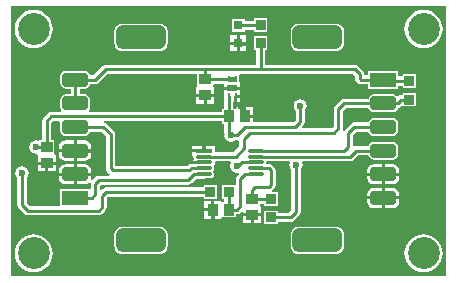
<source format=gtl>
G04*
G04 #@! TF.GenerationSoftware,Altium Limited,Altium Designer,18.1.6 (161)*
G04*
G04 Layer_Physical_Order=1*
G04 Layer_Color=255*
%FSLAX25Y25*%
%MOIN*%
G70*
G01*
G75*
%ADD13C,0.01000*%
G04:AMPARAMS|DCode=15|XSize=47.24mil|YSize=86.61mil|CornerRadius=11.81mil|HoleSize=0mil|Usage=FLASHONLY|Rotation=270.000|XOffset=0mil|YOffset=0mil|HoleType=Round|Shape=RoundedRectangle|*
%AMROUNDEDRECTD15*
21,1,0.04724,0.06299,0,0,270.0*
21,1,0.02362,0.08661,0,0,270.0*
1,1,0.02362,-0.03150,-0.01181*
1,1,0.02362,-0.03150,0.01181*
1,1,0.02362,0.03150,0.01181*
1,1,0.02362,0.03150,-0.01181*
%
%ADD15ROUNDEDRECTD15*%
%ADD16R,0.08661X0.04724*%
G04:AMPARAMS|DCode=17|XSize=78.74mil|YSize=165.35mil|CornerRadius=19.68mil|HoleSize=0mil|Usage=FLASHONLY|Rotation=270.000|XOffset=0mil|YOffset=0mil|HoleType=Round|Shape=RoundedRectangle|*
%AMROUNDEDRECTD17*
21,1,0.07874,0.12598,0,0,270.0*
21,1,0.03937,0.16535,0,0,270.0*
1,1,0.03937,-0.06299,-0.01968*
1,1,0.03937,-0.06299,0.01968*
1,1,0.03937,0.06299,0.01968*
1,1,0.03937,0.06299,-0.01968*
%
%ADD17ROUNDEDRECTD17*%
%ADD18R,0.03937X0.03543*%
%ADD19R,0.03347X0.03347*%
%ADD20R,0.03347X0.03347*%
%ADD21R,0.03543X0.03937*%
%ADD22R,0.05709X0.01181*%
%ADD23O,0.05709X0.01181*%
%ADD24R,0.03386X0.01968*%
%ADD25R,0.00984X0.01968*%
%ADD26R,0.03150X0.03150*%
%ADD40C,0.10630*%
%ADD41C,0.02362*%
G36*
X147382Y2224D02*
X2224D01*
Y92264D01*
X147382D01*
Y2224D01*
D02*
G37*
%LPC*%
G36*
X87706Y88297D02*
X83160D01*
Y87356D01*
X80128D01*
Y88002D01*
X75778D01*
Y83652D01*
X80128D01*
Y84297D01*
X83160D01*
Y83750D01*
X87706D01*
Y88297D01*
D02*
G37*
G36*
X80528Y82496D02*
X78453D01*
Y80421D01*
X80528D01*
Y82496D01*
D02*
G37*
G36*
X77453D02*
X75378D01*
Y80421D01*
X77453D01*
Y82496D01*
D02*
G37*
G36*
X139764Y90991D02*
X138526Y90869D01*
X137335Y90508D01*
X136238Y89922D01*
X135277Y89133D01*
X134488Y88171D01*
X133901Y87074D01*
X133540Y85884D01*
X133418Y84646D01*
X133540Y83408D01*
X133901Y82217D01*
X134488Y81120D01*
X135277Y80159D01*
X136238Y79370D01*
X137335Y78783D01*
X138526Y78422D01*
X139764Y78300D01*
X141002Y78422D01*
X142192Y78783D01*
X143289Y79370D01*
X144251Y80159D01*
X145040Y81120D01*
X145626Y82217D01*
X145987Y83408D01*
X146109Y84646D01*
X145987Y85884D01*
X145626Y87074D01*
X145040Y88171D01*
X144251Y89133D01*
X143289Y89922D01*
X142192Y90508D01*
X141002Y90869D01*
X139764Y90991D01*
D02*
G37*
G36*
X9843D02*
X8605Y90869D01*
X7414Y90508D01*
X6317Y89922D01*
X5356Y89133D01*
X4566Y88171D01*
X3980Y87074D01*
X3619Y85884D01*
X3497Y84646D01*
X3619Y83408D01*
X3980Y82217D01*
X4566Y81120D01*
X5356Y80159D01*
X6317Y79370D01*
X7414Y78783D01*
X8605Y78422D01*
X9843Y78300D01*
X11080Y78422D01*
X12271Y78783D01*
X13368Y79370D01*
X14330Y80159D01*
X15119Y81120D01*
X15705Y82217D01*
X16066Y83408D01*
X16188Y84646D01*
X16066Y85884D01*
X15705Y87074D01*
X15119Y88171D01*
X14330Y89133D01*
X13368Y89922D01*
X12271Y90508D01*
X11080Y90869D01*
X9843Y90991D01*
D02*
G37*
G36*
X80528Y79421D02*
X78453D01*
Y77346D01*
X80528D01*
Y79421D01*
D02*
G37*
G36*
X77453D02*
X75378D01*
Y77346D01*
X77453D01*
Y79421D01*
D02*
G37*
G36*
X110630Y86449D02*
X98032D01*
X97361Y86361D01*
X96736Y86102D01*
X96200Y85690D01*
X95788Y85154D01*
X95529Y84529D01*
X95441Y83858D01*
Y79921D01*
X95529Y79251D01*
X95788Y78626D01*
X96200Y78089D01*
X96736Y77678D01*
X97361Y77419D01*
X98032Y77331D01*
X110630D01*
X111300Y77419D01*
X111925Y77678D01*
X112462Y78089D01*
X112873Y78626D01*
X113132Y79251D01*
X113221Y79921D01*
Y83858D01*
X113132Y84529D01*
X112873Y85154D01*
X112462Y85690D01*
X111925Y86102D01*
X111300Y86361D01*
X110630Y86449D01*
D02*
G37*
G36*
X51890D02*
X39291D01*
X38621Y86361D01*
X37996Y86102D01*
X37459Y85690D01*
X37048Y85154D01*
X36789Y84529D01*
X36701Y83858D01*
Y79921D01*
X36789Y79251D01*
X37048Y78626D01*
X37459Y78089D01*
X37996Y77678D01*
X38621Y77419D01*
X39291Y77331D01*
X51890D01*
X52560Y77419D01*
X53185Y77678D01*
X53722Y78089D01*
X54133Y78626D01*
X54392Y79251D01*
X54480Y79921D01*
Y83858D01*
X54392Y84529D01*
X54133Y85154D01*
X53722Y85690D01*
X53185Y86102D01*
X52560Y86361D01*
X51890Y86449D01*
D02*
G37*
G36*
X87706Y82195D02*
X83160D01*
Y77648D01*
X83904D01*
Y72789D01*
X33858D01*
X33273Y72673D01*
X32777Y72341D01*
X29682Y69246D01*
X28518D01*
X28449Y69593D01*
X28056Y70182D01*
X27467Y70575D01*
X26772Y70714D01*
X20472D01*
X19778Y70575D01*
X19188Y70182D01*
X18795Y69593D01*
X18656Y68898D01*
Y66535D01*
X18795Y65841D01*
X19188Y65251D01*
X19778Y64858D01*
X20472Y64719D01*
X22093D01*
Y62840D01*
X20472D01*
X19778Y62701D01*
X19188Y62308D01*
X18795Y61719D01*
X18656Y61024D01*
Y58661D01*
X18795Y57967D01*
X19079Y57541D01*
X18860Y57041D01*
X15748D01*
X15163Y56925D01*
X14667Y56593D01*
X13092Y55018D01*
X12760Y54522D01*
X12644Y53937D01*
Y47647D01*
X11605D01*
Y47647D01*
X11105Y47405D01*
X10630Y47499D01*
X9779Y47330D01*
X9057Y46848D01*
X8575Y46127D01*
X8406Y45276D01*
X8575Y44425D01*
X9057Y43703D01*
X9779Y43221D01*
X10630Y43052D01*
X10897Y43105D01*
X11205Y42656D01*
Y40461D01*
X17142D01*
Y42663D01*
X17142Y42663D01*
Y42732D01*
X16742Y42974D01*
X16742Y43232D01*
Y47647D01*
X15703D01*
Y53303D01*
X16382Y53982D01*
X18331D01*
X18723Y53482D01*
X18656Y53150D01*
Y50787D01*
X18795Y50093D01*
X19188Y49503D01*
X19778Y49110D01*
X20472Y48971D01*
X26772D01*
X27467Y49110D01*
X28056Y49503D01*
X28449Y50093D01*
X28518Y50439D01*
X32437D01*
X33904Y48973D01*
Y38189D01*
X34020Y37604D01*
X34352Y37108D01*
X35064Y36395D01*
X35234Y36281D01*
X35083Y35781D01*
X31496D01*
X30911Y35665D01*
X30415Y35333D01*
X29353Y34271D01*
X28892Y34518D01*
X28995Y35039D01*
Y35721D01*
X24122D01*
Y32816D01*
X26772D01*
X27623Y32985D01*
X28344Y33467D01*
X28359Y33489D01*
X28830Y33294D01*
X28786Y33071D01*
Y31712D01*
X28553Y31309D01*
X18691D01*
Y25545D01*
X8507D01*
X7435Y26618D01*
Y35013D01*
X7478Y35042D01*
X7960Y35763D01*
X8129Y36614D01*
X7960Y37465D01*
X7478Y38187D01*
X6757Y38669D01*
X5906Y38838D01*
X5054Y38669D01*
X4333Y38187D01*
X3851Y37465D01*
X3682Y36614D01*
X3851Y35763D01*
X4333Y35042D01*
X4376Y35013D01*
Y25984D01*
X4493Y25399D01*
X4824Y24903D01*
X6793Y22934D01*
X7289Y22603D01*
X7874Y22486D01*
X31496D01*
X32081Y22603D01*
X32577Y22934D01*
X33759Y24115D01*
X34090Y24612D01*
X34207Y25197D01*
Y28500D01*
X34492Y28786D01*
X66427D01*
Y28042D01*
X70974D01*
Y32588D01*
X66427D01*
Y31844D01*
X33858D01*
X33273Y31728D01*
X32777Y31396D01*
X32306Y30926D01*
X31844Y31117D01*
Y32437D01*
X32130Y32723D01*
X61417D01*
X62003Y32839D01*
X62499Y33171D01*
X64019Y34691D01*
X66535D01*
X67121Y34808D01*
X67419Y35007D01*
X68799D01*
X69264Y35099D01*
X69658Y35362D01*
X69921Y35756D01*
X70013Y36220D01*
X69921Y36685D01*
X69658Y37079D01*
Y37331D01*
X69921Y37725D01*
X70013Y38189D01*
X69921Y38653D01*
X69763Y38889D01*
X69946Y39011D01*
X70297Y39537D01*
X70421Y40157D01*
X70411Y40210D01*
X70728Y40597D01*
X75417D01*
X75684Y40097D01*
X75504Y39827D01*
X75335Y38976D01*
X75504Y38125D01*
X75987Y37404D01*
X76708Y36922D01*
X77559Y36753D01*
X78081Y36856D01*
X78327Y36395D01*
X77659Y35727D01*
X77327Y35231D01*
X77211Y34646D01*
Y33033D01*
X77076Y32588D01*
X72530D01*
Y28042D01*
X73274D01*
Y27332D01*
X72962Y27020D01*
X72453Y27058D01*
X72260Y27378D01*
X72190Y27378D01*
X72190Y27378D01*
X69988D01*
Y24409D01*
Y21441D01*
X72190D01*
X72190Y21441D01*
X72260D01*
X72501Y21841D01*
X72760Y21841D01*
X77175D01*
Y22880D01*
X77559D01*
X78144Y22997D01*
X78641Y23328D01*
X79247Y23934D01*
X79709Y23743D01*
Y23138D01*
X85646D01*
Y25409D01*
X85246Y25581D01*
Y26423D01*
X86703D01*
Y25679D01*
X91250D01*
Y30226D01*
X89299D01*
X89147Y30726D01*
X89270Y30808D01*
X90058Y31596D01*
X90389Y32092D01*
X90506Y32677D01*
Y37476D01*
X90389Y38062D01*
X90058Y38558D01*
X89345Y39270D01*
X88849Y39602D01*
X88264Y39718D01*
X87643D01*
X87326Y40105D01*
X87336Y40157D01*
X87326Y40210D01*
X87643Y40597D01*
X94885D01*
X95165Y40097D01*
X95020Y39370D01*
X95189Y38519D01*
X95672Y37798D01*
X95715Y37769D01*
Y24256D01*
X94839Y23380D01*
X91250D01*
Y24124D01*
X86703D01*
Y19577D01*
X91250D01*
Y20321D01*
X95472D01*
X96058Y20437D01*
X96554Y20769D01*
X98326Y22541D01*
X98657Y23037D01*
X98773Y23622D01*
Y37769D01*
X98817Y37798D01*
X99299Y38519D01*
X99468Y39370D01*
X99323Y40097D01*
X99603Y40597D01*
X115354D01*
X115940Y40713D01*
X116436Y41045D01*
X117956Y42565D01*
X121403D01*
X121472Y42218D01*
X121865Y41629D01*
X122455Y41236D01*
X123150Y41097D01*
X129449D01*
X130144Y41236D01*
X130733Y41629D01*
X131127Y42218D01*
X131265Y42913D01*
Y45276D01*
X131127Y45970D01*
X130733Y46560D01*
X130144Y46953D01*
X129449Y47092D01*
X123150D01*
X122455Y46953D01*
X121865Y46560D01*
X121472Y45970D01*
X121403Y45624D01*
X117323D01*
X116738Y45507D01*
X116596Y45413D01*
X116096Y45680D01*
Y49367D01*
X117169Y50439D01*
X121403D01*
X121472Y50093D01*
X121865Y49503D01*
X122455Y49110D01*
X123150Y48971D01*
X129449D01*
X130144Y49110D01*
X130733Y49503D01*
X131127Y50093D01*
X131265Y50787D01*
Y53150D01*
X131127Y53845D01*
X130733Y54434D01*
X130144Y54827D01*
X129449Y54966D01*
X123150D01*
X122455Y54827D01*
X121865Y54434D01*
X121472Y53845D01*
X121403Y53498D01*
X116535D01*
X115950Y53382D01*
X115454Y53050D01*
X113486Y51081D01*
X113249Y50728D01*
X112830Y50990D01*
X112947Y51575D01*
Y57240D01*
X114019Y58313D01*
X121403D01*
X121472Y57967D01*
X121865Y57377D01*
X122455Y56984D01*
X123150Y56845D01*
X129449D01*
X130144Y56984D01*
X130733Y57377D01*
X131127Y57967D01*
X131199Y58332D01*
X131688Y58429D01*
X132184Y58761D01*
X132416Y58994D01*
X132766Y58849D01*
Y58849D01*
X137313D01*
Y63395D01*
X132766D01*
Y62651D01*
X132382D01*
X131797Y62535D01*
X131300Y62204D01*
X131281Y62184D01*
X130783Y62233D01*
X130733Y62308D01*
X130144Y62701D01*
X129449Y62840D01*
X123150D01*
X122455Y62701D01*
X121865Y62308D01*
X121472Y61719D01*
X121403Y61372D01*
X113386D01*
X112801Y61256D01*
X112304Y60924D01*
X110336Y58955D01*
X110004Y58459D01*
X109888Y57874D01*
Y52208D01*
X109209Y51529D01*
X99449D01*
X99257Y51991D01*
X99739Y52473D01*
X100070Y52969D01*
X100187Y53554D01*
Y57454D01*
X100230Y57483D01*
X100712Y58204D01*
X100881Y59055D01*
X100712Y59906D01*
X100230Y60628D01*
X99508Y61110D01*
X98657Y61279D01*
X97806Y61110D01*
X97085Y60628D01*
X96602Y59906D01*
X96433Y59055D01*
X96602Y58204D01*
X97085Y57483D01*
X97128Y57454D01*
Y54188D01*
X96438Y53498D01*
X82988D01*
Y55012D01*
X80216D01*
Y55512D01*
X79716D01*
Y58480D01*
X77445D01*
X77273Y58080D01*
X76332D01*
Y60161D01*
X76665D01*
Y62146D01*
X77165D01*
Y62646D01*
X78658D01*
Y62976D01*
X78677D01*
Y64461D01*
X73291D01*
Y62976D01*
X73291Y62976D01*
X73339Y62476D01*
X73274Y62146D01*
Y58080D01*
X72530D01*
Y57041D01*
X28384Y57041D01*
X28165Y57541D01*
X28449Y57967D01*
X28588Y58661D01*
Y61024D01*
X28449Y61719D01*
X28056Y62308D01*
X27467Y62701D01*
X26772Y62840D01*
X25151D01*
Y64719D01*
X26772D01*
X27467Y64858D01*
X28056Y65251D01*
X28449Y65841D01*
X28518Y66187D01*
X30315D01*
X30900Y66304D01*
X31396Y66635D01*
X34492Y69730D01*
X64361D01*
X64361Y65513D01*
X63961Y65272D01*
X63961Y65202D01*
X63961Y65202D01*
Y63000D01*
X69898D01*
Y65202D01*
X69898Y65202D01*
Y65272D01*
X69577Y65465D01*
X69540Y65974D01*
X69851Y66286D01*
X73291D01*
Y65461D01*
X78677D01*
Y66945D01*
X78258D01*
Y69399D01*
X78620Y69730D01*
X116296D01*
X116974Y69051D01*
Y68110D01*
X117091Y67525D01*
X117422Y67029D01*
X117816Y66635D01*
X118312Y66304D01*
X118898Y66187D01*
X121369D01*
Y64754D01*
X131230D01*
Y65793D01*
X132766D01*
Y64951D01*
X137313D01*
Y69498D01*
X132766D01*
Y68852D01*
X131230D01*
Y70679D01*
X121369D01*
Y69246D01*
X120033D01*
Y69685D01*
X119917Y70270D01*
X119585Y70767D01*
X118011Y72341D01*
X117514Y72673D01*
X116929Y72789D01*
X86962D01*
Y77648D01*
X87706D01*
Y82195D01*
D02*
G37*
G36*
X78658Y61646D02*
X77665D01*
Y60161D01*
X78658D01*
Y61646D01*
D02*
G37*
G36*
X69898Y62000D02*
X67429D01*
Y59728D01*
X69898D01*
Y62000D01*
D02*
G37*
G36*
X66429D02*
X63961D01*
Y59728D01*
X66429D01*
Y62000D01*
D02*
G37*
G36*
X82988Y58480D02*
X80717D01*
Y56012D01*
X82988D01*
Y58480D01*
D02*
G37*
G36*
X26772Y47499D02*
X24122D01*
Y44594D01*
X28995D01*
Y45276D01*
X28826Y46127D01*
X28344Y46848D01*
X27623Y47330D01*
X26772Y47499D01*
D02*
G37*
G36*
X23122D02*
X20472D01*
X19621Y47330D01*
X18900Y46848D01*
X18418Y46127D01*
X18249Y45276D01*
Y44594D01*
X23122D01*
Y47499D01*
D02*
G37*
G36*
X28995Y43595D02*
X24122D01*
Y40690D01*
X26772D01*
X27623Y40859D01*
X28344Y41341D01*
X28826Y42062D01*
X28995Y42913D01*
Y43595D01*
D02*
G37*
G36*
X23122D02*
X18249D01*
Y42913D01*
X18418Y42062D01*
X18900Y41341D01*
X19621Y40859D01*
X20472Y40690D01*
X23122D01*
Y43595D01*
D02*
G37*
G36*
X17142Y39461D02*
X14673D01*
Y37189D01*
X17142D01*
Y39461D01*
D02*
G37*
G36*
X13673D02*
X11205D01*
Y37189D01*
X13673D01*
Y39461D01*
D02*
G37*
G36*
X26772Y39625D02*
X24122D01*
Y36720D01*
X28995D01*
Y37402D01*
X28826Y38253D01*
X28344Y38974D01*
X27623Y39456D01*
X26772Y39625D01*
D02*
G37*
G36*
X23122D02*
X20472D01*
X19621Y39456D01*
X18900Y38974D01*
X18418Y38253D01*
X18249Y37402D01*
Y36720D01*
X23122D01*
Y39625D01*
D02*
G37*
G36*
X129449D02*
X126799D01*
Y36720D01*
X131673D01*
Y37402D01*
X131503Y38253D01*
X131021Y38974D01*
X130300Y39456D01*
X129449Y39625D01*
D02*
G37*
G36*
X125799D02*
X123150D01*
X122299Y39456D01*
X121577Y38974D01*
X121095Y38253D01*
X120926Y37402D01*
Y36720D01*
X125799D01*
Y39625D01*
D02*
G37*
G36*
X131673Y35721D02*
X126799D01*
Y32816D01*
X129449D01*
X130300Y32985D01*
X131021Y33467D01*
X131503Y34188D01*
X131673Y35039D01*
Y35721D01*
D02*
G37*
G36*
X125799D02*
X120926D01*
Y35039D01*
X121095Y34188D01*
X121577Y33467D01*
X122299Y32985D01*
X123150Y32816D01*
X125799D01*
Y35721D01*
D02*
G37*
G36*
X23122Y35721D02*
X18249D01*
Y35039D01*
X18418Y34188D01*
X18900Y33467D01*
X19621Y32985D01*
X20472Y32816D01*
X23122D01*
Y35721D01*
D02*
G37*
G36*
X129449Y31751D02*
X126799D01*
Y28846D01*
X131673D01*
Y29528D01*
X131503Y30379D01*
X131021Y31100D01*
X130300Y31582D01*
X129449Y31751D01*
D02*
G37*
G36*
X125799D02*
X123150D01*
X122299Y31582D01*
X121577Y31100D01*
X121095Y30379D01*
X120926Y29528D01*
Y28846D01*
X125799D01*
Y31751D01*
D02*
G37*
G36*
X131673Y27846D02*
X126799D01*
Y24941D01*
X129449D01*
X130300Y25111D01*
X131021Y25593D01*
X131503Y26314D01*
X131673Y27165D01*
Y27846D01*
D02*
G37*
G36*
X125799D02*
X120926D01*
Y27165D01*
X121095Y26314D01*
X121577Y25593D01*
X122299Y25111D01*
X123150Y24941D01*
X125799D01*
Y27846D01*
D02*
G37*
G36*
X68988Y27378D02*
X66716D01*
Y24909D01*
X68988D01*
Y27378D01*
D02*
G37*
G36*
Y23910D02*
X66716D01*
Y21441D01*
X68988D01*
Y23910D01*
D02*
G37*
G36*
X85646Y22138D02*
X83177D01*
Y19866D01*
X85646D01*
Y22138D01*
D02*
G37*
G36*
X82177D02*
X79709D01*
Y19866D01*
X82177D01*
Y22138D01*
D02*
G37*
G36*
X110630Y18732D02*
X98032D01*
X97361Y18644D01*
X96736Y18385D01*
X96200Y17974D01*
X95788Y17437D01*
X95529Y16812D01*
X95441Y16142D01*
Y12205D01*
X95529Y11534D01*
X95788Y10909D01*
X96200Y10373D01*
X96736Y9961D01*
X97361Y9702D01*
X98032Y9614D01*
X110630D01*
X111300Y9702D01*
X111925Y9961D01*
X112462Y10373D01*
X112873Y10909D01*
X113132Y11534D01*
X113221Y12205D01*
Y16142D01*
X113132Y16812D01*
X112873Y17437D01*
X112462Y17974D01*
X111925Y18385D01*
X111300Y18644D01*
X110630Y18732D01*
D02*
G37*
G36*
X51890D02*
X39291D01*
X38621Y18644D01*
X37996Y18385D01*
X37459Y17974D01*
X37048Y17437D01*
X36789Y16812D01*
X36701Y16142D01*
Y12205D01*
X36789Y11534D01*
X37048Y10909D01*
X37459Y10373D01*
X37996Y9961D01*
X38621Y9702D01*
X39291Y9614D01*
X51890D01*
X52560Y9702D01*
X53185Y9961D01*
X53722Y10373D01*
X54133Y10909D01*
X54392Y11534D01*
X54480Y12205D01*
Y16142D01*
X54392Y16812D01*
X54133Y17437D01*
X53722Y17974D01*
X53185Y18385D01*
X52560Y18644D01*
X51890Y18732D01*
D02*
G37*
G36*
X139764Y16188D02*
X138526Y16066D01*
X137335Y15705D01*
X136238Y15119D01*
X135277Y14330D01*
X134488Y13368D01*
X133901Y12271D01*
X133540Y11080D01*
X133418Y9843D01*
X133540Y8605D01*
X133901Y7414D01*
X134488Y6317D01*
X135277Y5356D01*
X136238Y4566D01*
X137335Y3980D01*
X138526Y3619D01*
X139764Y3497D01*
X141002Y3619D01*
X142192Y3980D01*
X143289Y4566D01*
X144251Y5356D01*
X145040Y6317D01*
X145626Y7414D01*
X145987Y8605D01*
X146109Y9843D01*
X145987Y11080D01*
X145626Y12271D01*
X145040Y13368D01*
X144251Y14330D01*
X143289Y15119D01*
X142192Y15705D01*
X141002Y16066D01*
X139764Y16188D01*
D02*
G37*
G36*
X9843D02*
X8605Y16066D01*
X7414Y15705D01*
X6317Y15119D01*
X5356Y14330D01*
X4566Y13368D01*
X3980Y12271D01*
X3619Y11080D01*
X3497Y9843D01*
X3619Y8605D01*
X3980Y7414D01*
X4566Y6317D01*
X5356Y5356D01*
X6317Y4566D01*
X7414Y3980D01*
X8605Y3619D01*
X9843Y3497D01*
X11080Y3619D01*
X12271Y3980D01*
X13368Y4566D01*
X14330Y5356D01*
X15119Y6317D01*
X15705Y7414D01*
X16066Y8605D01*
X16188Y9843D01*
X16066Y11080D01*
X15705Y12271D01*
X15119Y13368D01*
X14330Y14330D01*
X13368Y15119D01*
X12271Y15705D01*
X11080Y16066D01*
X9843Y16188D01*
D02*
G37*
%LPD*%
G36*
X77165Y66880D02*
X74803D01*
Y68750D01*
X77165D01*
Y66880D01*
D02*
G37*
G36*
X72530Y52943D02*
X73372D01*
Y49902D01*
X73438Y49571D01*
X73367Y49213D01*
X73536Y48362D01*
X74018Y47640D01*
X74739Y47158D01*
X75590Y46989D01*
X76442Y47158D01*
X77163Y47640D01*
X77192Y47683D01*
X77559D01*
X77892Y47749D01*
X78392Y47409D01*
Y45515D01*
X76532Y43655D01*
X70390D01*
Y45685D01*
X67035D01*
Y44094D01*
X66535D01*
Y43656D01*
X66228Y43595D01*
X62681D01*
Y42504D01*
X62748D01*
X63058Y42126D01*
X63150Y41662D01*
X63307Y41426D01*
X63125Y41304D01*
X62773Y40778D01*
X62650Y40157D01*
X62651Y40150D01*
X62236Y39675D01*
X61868Y39602D01*
X61372Y39270D01*
X61107Y39006D01*
X36963D01*
Y49606D01*
X36846Y50192D01*
X36514Y50688D01*
X34152Y53050D01*
X33656Y53382D01*
X33149Y53482D01*
X33198Y53982D01*
X72530Y53982D01*
Y52943D01*
D02*
G37*
%LPC*%
G36*
X66035Y45685D02*
X62681D01*
Y44594D01*
X66035D01*
Y45685D01*
D02*
G37*
%LPD*%
D13*
X98657Y53554D02*
Y59055D01*
X97071Y51968D02*
X98657Y53554D01*
X80315Y51968D02*
X97071D01*
X78972Y56756D02*
Y58858D01*
Y56756D02*
X80216Y55512D01*
X74902Y49902D02*
Y55512D01*
X77559Y49213D02*
X80315Y51968D01*
X74902Y49902D02*
X75590Y49213D01*
X77559D01*
X81890Y50000D02*
X109843D01*
X79921Y48031D02*
X81890Y50000D01*
X109843D02*
X111417Y51575D01*
X85827Y71260D02*
X116929D01*
X118504Y69685D01*
X79921Y44882D02*
Y48031D01*
X77165Y42126D02*
X79921Y44882D01*
X118110Y36220D02*
X126299D01*
X60630Y62701D02*
X66728D01*
X66929Y62500D01*
X23622Y44094D02*
X31396D01*
X33071Y51968D02*
X35433Y49606D01*
Y38189D02*
Y49606D01*
Y38189D02*
X36146Y37476D01*
X126693Y67323D02*
X134646D01*
X126299Y67716D02*
X126693Y67323D01*
X132382Y61122D02*
X135039D01*
X131102Y59842D02*
X132382Y61122D01*
X126299Y59842D02*
X131102D01*
X88976Y32677D02*
Y37476D01*
X88189Y31890D02*
X88976Y32677D01*
X83465Y31890D02*
X88189D01*
X88264Y38189D02*
X88976Y37476D01*
X83858Y38189D02*
X88264D01*
X82677Y31102D02*
X83465Y31890D01*
X82677Y27953D02*
Y31102D01*
Y18110D02*
Y22638D01*
X23622Y51968D02*
X33071D01*
X36146Y37476D02*
X61740D01*
X23622Y28346D02*
X29134D01*
X30315Y33071D02*
X31496Y34252D01*
X30315Y29528D02*
Y33071D01*
X29134Y28346D02*
X30315Y29528D01*
X33858Y71260D02*
X66929D01*
X23622Y59842D02*
Y67716D01*
X30315D01*
X33858Y71260D01*
X32677Y29134D02*
X33858Y30315D01*
X32677Y25197D02*
Y29134D01*
X31496Y24016D02*
X32677Y25197D01*
X7874Y24016D02*
X31496D01*
X66929Y71260D02*
X85827D01*
X85433Y71653D02*
X85827Y71260D01*
X85433Y71653D02*
Y79921D01*
X78347Y79527D02*
X81496D01*
X77953Y79921D02*
X78347Y79527D01*
X85236Y85827D02*
X85433Y86024D01*
X77953Y85827D02*
X85236D01*
X80709Y62146D02*
Y64075D01*
X79823Y64961D02*
X80709Y64075D01*
X75984Y64961D02*
X79823D01*
X77165Y62146D02*
X80709D01*
X69488Y19882D02*
Y24409D01*
X33858Y30315D02*
X68701D01*
X5906Y25984D02*
X7874Y24016D01*
X5906Y25984D02*
Y36614D01*
X31496Y34252D02*
X61417D01*
X63386Y36220D01*
X66535D01*
X61740Y37476D02*
X62453Y38189D01*
X66535D01*
X60630Y40157D02*
X66535D01*
X113386Y59842D02*
X126299D01*
X111417Y57874D02*
X113386Y59842D01*
X111417Y51575D02*
Y57874D01*
X116535Y51968D02*
X126299D01*
X114567Y50000D02*
X116535Y51968D01*
X114567Y45276D02*
Y50000D01*
X113386Y44094D02*
X114567Y45276D01*
X66535Y42126D02*
X77165D01*
X80315Y36220D02*
X83858D01*
X78740Y34646D02*
X80315Y36220D01*
X78740Y25591D02*
Y34646D01*
X77559Y24409D02*
X78740Y25591D01*
X74803Y24409D02*
X77559D01*
X74803Y24409D02*
X74803Y24409D01*
X74803Y24409D02*
Y30315D01*
X10630Y45276D02*
X14173D01*
Y53937D02*
X15748Y55512D01*
X14173Y45276D02*
Y53937D01*
X15748Y55512D02*
X74902Y55512D01*
X118898Y67716D02*
X126299D01*
X118504Y68110D02*
X118898Y67716D01*
X118504Y68110D02*
Y69685D01*
X66929Y67815D02*
Y71260D01*
Y67815D02*
X74803D01*
Y56398D02*
X74902Y56299D01*
X74803Y56398D02*
Y62146D01*
X97244Y23622D02*
Y39370D01*
X95472Y21850D02*
X97244Y23622D01*
X88976Y21850D02*
X95472D01*
X82677Y27953D02*
X88976D01*
X83858Y44094D02*
X113386D01*
X117323Y44094D02*
X126299D01*
X115354Y42126D02*
X117323Y44094D01*
X83858Y42126D02*
X115354D01*
X79134Y40157D02*
X83858D01*
X77953Y38976D02*
X79134Y40157D01*
X77559Y38976D02*
X77953D01*
X66535Y44094D02*
Y46850D01*
Y44094D02*
X66535Y44094D01*
D15*
X126299Y59842D02*
D03*
Y51968D02*
D03*
Y44094D02*
D03*
Y36220D02*
D03*
Y28346D02*
D03*
X23622Y67716D02*
D03*
Y59842D02*
D03*
Y51968D02*
D03*
Y44094D02*
D03*
Y36220D02*
D03*
D16*
X126299Y67716D02*
D03*
X23622Y28346D02*
D03*
D17*
X104331Y81890D02*
D03*
Y14173D02*
D03*
X45591Y81890D02*
D03*
Y14173D02*
D03*
D18*
X82677Y22638D02*
D03*
Y27953D02*
D03*
X14173Y45276D02*
D03*
Y39961D02*
D03*
X66929Y62500D02*
D03*
Y67815D02*
D03*
D19*
X88976Y21850D02*
D03*
Y27953D02*
D03*
X135039Y67224D02*
D03*
Y61122D02*
D03*
X85433Y79921D02*
D03*
Y86024D02*
D03*
D20*
X68701Y30315D02*
D03*
X74803D02*
D03*
D21*
X69488Y24409D02*
D03*
X74803D02*
D03*
X80216Y55512D02*
D03*
X74902D02*
D03*
D22*
X66535Y44094D02*
D03*
D23*
Y42126D02*
D03*
Y40157D02*
D03*
Y38189D02*
D03*
Y36220D02*
D03*
X83858Y44094D02*
D03*
Y42126D02*
D03*
Y40157D02*
D03*
Y38189D02*
D03*
Y36220D02*
D03*
D24*
X75984Y64961D02*
D03*
D25*
X74803Y67815D02*
D03*
X77165D02*
D03*
Y62146D02*
D03*
X74803D02*
D03*
D26*
X77953Y79921D02*
D03*
Y85827D02*
D03*
D40*
X139764Y84646D02*
D03*
Y9843D02*
D03*
X9843Y84646D02*
D03*
Y9843D02*
D03*
D41*
X98657Y59055D02*
D03*
X78972Y58858D02*
D03*
X23622Y77331D02*
D03*
Y8605D02*
D03*
X7874Y54522D02*
D03*
Y66187D02*
D03*
X23622Y83408D02*
D03*
X123150Y81890D02*
D03*
X144251Y71260D02*
D03*
X118110Y31831D02*
D03*
Y36220D02*
D03*
X133540D02*
D03*
X80709Y9961D02*
D03*
X67035Y10373D02*
D03*
X60630Y62701D02*
D03*
X35433D02*
D03*
X48031D02*
D03*
X31396Y39537D02*
D03*
Y44094D02*
D03*
X82677Y18110D02*
D03*
X75590Y49213D02*
D03*
X81496Y79527D02*
D03*
X80709Y62146D02*
D03*
X69488Y19882D02*
D03*
X60630Y40157D02*
D03*
X5906Y36614D02*
D03*
X10630Y45276D02*
D03*
X109449Y33465D02*
D03*
X97244Y39370D02*
D03*
X77559Y38976D02*
D03*
X66535Y46850D02*
D03*
M02*

</source>
